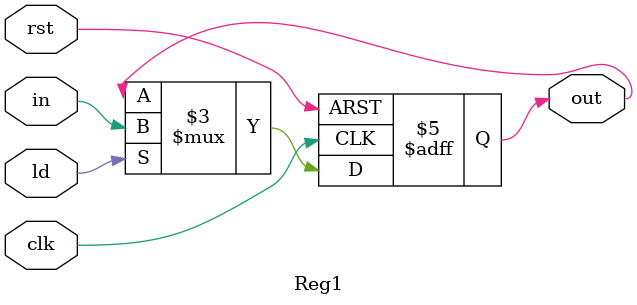
<source format=v>
`timescale 1ns/1ns
module Reg1(input clk, rst, ld, input  in, output reg out);
    always @(posedge clk, posedge rst) begin
        #1
        if(rst) out = 1'b0;
        else if(ld) out = in;
        else out = out;
    end
endmodule
</source>
